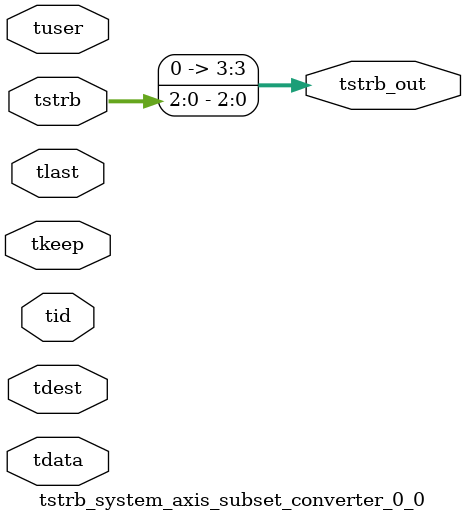
<source format=v>


`timescale 1ps/1ps

module tstrb_system_axis_subset_converter_0_0 #
(
parameter C_S_AXIS_TDATA_WIDTH = 32,
parameter C_S_AXIS_TUSER_WIDTH = 0,
parameter C_S_AXIS_TID_WIDTH   = 0,
parameter C_S_AXIS_TDEST_WIDTH = 0,
parameter C_M_AXIS_TDATA_WIDTH = 32
)
(
input  [(C_S_AXIS_TDATA_WIDTH == 0 ? 1 : C_S_AXIS_TDATA_WIDTH)-1:0     ] tdata,
input  [(C_S_AXIS_TUSER_WIDTH == 0 ? 1 : C_S_AXIS_TUSER_WIDTH)-1:0     ] tuser,
input  [(C_S_AXIS_TID_WIDTH   == 0 ? 1 : C_S_AXIS_TID_WIDTH)-1:0       ] tid,
input  [(C_S_AXIS_TDEST_WIDTH == 0 ? 1 : C_S_AXIS_TDEST_WIDTH)-1:0     ] tdest,
input  [(C_S_AXIS_TDATA_WIDTH/8)-1:0 ] tkeep,
input  [(C_S_AXIS_TDATA_WIDTH/8)-1:0 ] tstrb,
input                                                                    tlast,
output [(C_M_AXIS_TDATA_WIDTH/8)-1:0 ] tstrb_out
);

assign tstrb_out = {tstrb[2:0]};

endmodule


</source>
